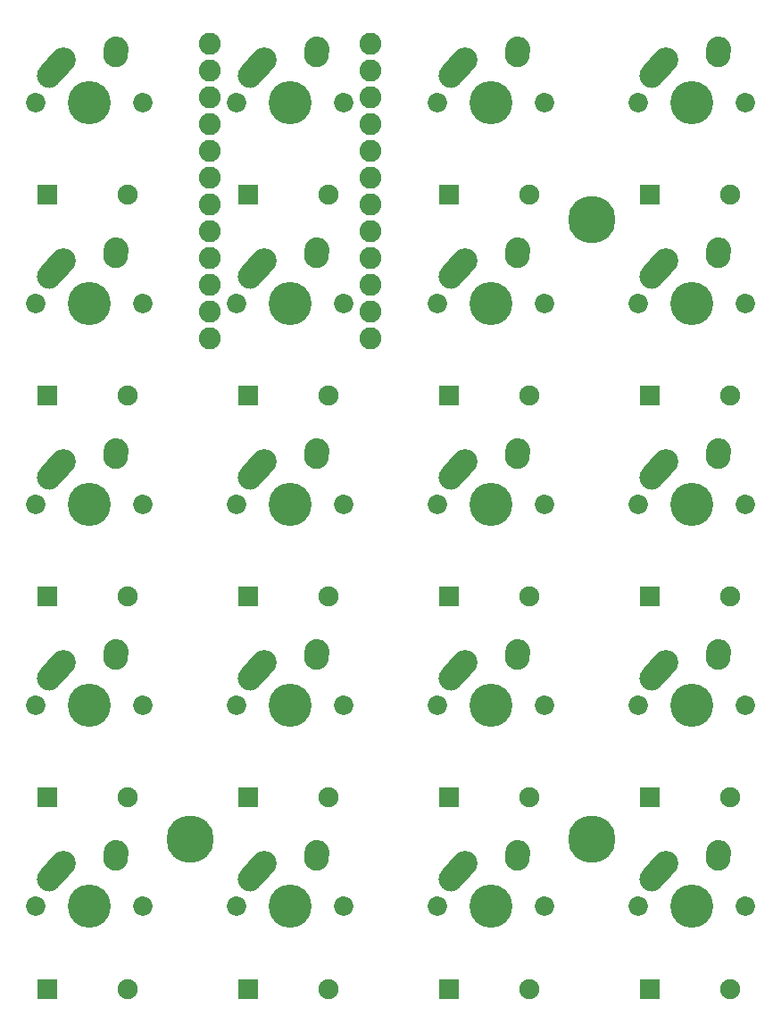
<source format=gbs>
%TF.GenerationSoftware,KiCad,Pcbnew,(5.1.6)-1*%
%TF.CreationDate,2020-11-13T18:30:54-06:00*%
%TF.ProjectId,macropad_4x5,6d616372-6f70-4616-945f-3478352e6b69,v1.3*%
%TF.SameCoordinates,Original*%
%TF.FileFunction,Soldermask,Bot*%
%TF.FilePolarity,Negative*%
%FSLAX46Y46*%
G04 Gerber Fmt 4.6, Leading zero omitted, Abs format (unit mm)*
G04 Created by KiCad (PCBNEW (5.1.6)-1) date 2020-11-13 18:30:54*
%MOMM*%
%LPD*%
G01*
G04 APERTURE LIST*
%ADD10C,0.800000*%
%ADD11C,4.500000*%
%ADD12C,1.850000*%
%ADD13C,2.350000*%
%ADD14C,4.087800*%
%ADD15O,1.900000X1.900000*%
%ADD16R,1.900000X1.900000*%
%ADD17C,2.082800*%
G04 APERTURE END LIST*
D10*
%TO.C,REF\u002A\u002A*%
X58316726Y-100433274D03*
X57150000Y-99950000D03*
X55983274Y-100433274D03*
X55500000Y-101600000D03*
X55983274Y-102766726D03*
X57150000Y-103250000D03*
X58316726Y-102766726D03*
X58800000Y-101600000D03*
D11*
X57150000Y-101600000D03*
%TD*%
%TO.C,REF\u002A\u002A*%
X95250000Y-101600000D03*
D10*
X96900000Y-101600000D03*
X96416726Y-102766726D03*
X95250000Y-103250000D03*
X94083274Y-102766726D03*
X93600000Y-101600000D03*
X94083274Y-100433274D03*
X95250000Y-99950000D03*
X96416726Y-100433274D03*
%TD*%
%TO.C,REF\u002A\u002A*%
X96416726Y-41695774D03*
X95250000Y-41212500D03*
X94083274Y-41695774D03*
X93600000Y-42862500D03*
X94083274Y-44029226D03*
X95250000Y-44512500D03*
X96416726Y-44029226D03*
X96900000Y-42862500D03*
D11*
X95250000Y-42862500D03*
%TD*%
D12*
%TO.C,MX3*%
X90805000Y-31750000D03*
X80645000Y-31750000D03*
D13*
X83225000Y-27750000D03*
D14*
X85725000Y-31750000D03*
G36*
G01*
X81130291Y-30084560D02*
X81130291Y-30084561D01*
G75*
G02*
X81040439Y-28425291I784709J874561D01*
G01*
X82350441Y-26965291D01*
G75*
G02*
X84009711Y-26875439I874561J-784709D01*
G01*
X84009711Y-26875439D01*
G75*
G02*
X84099563Y-28534709I-784709J-874561D01*
G01*
X82789561Y-29994709D01*
G75*
G02*
X81130291Y-30084561I-874561J784709D01*
G01*
G37*
D13*
X88265000Y-26670000D03*
G36*
G01*
X88144157Y-28422216D02*
X88144157Y-28422216D01*
G75*
G02*
X87052784Y-27169157I80843J1172216D01*
G01*
X87092784Y-26589157D01*
G75*
G02*
X88345843Y-25497784I1172216J-80843D01*
G01*
X88345843Y-25497784D01*
G75*
G02*
X89437216Y-26750843I-80843J-1172216D01*
G01*
X89397216Y-27330843D01*
G75*
G02*
X88144157Y-28422216I-1172216J80843D01*
G01*
G37*
%TD*%
D15*
%TO.C,D20*%
X108426250Y-115887500D03*
D16*
X100806250Y-115887500D03*
%TD*%
D15*
%TO.C,D19*%
X89376250Y-115887500D03*
D16*
X81756250Y-115887500D03*
%TD*%
D15*
%TO.C,D18*%
X70326250Y-115887500D03*
D16*
X62706250Y-115887500D03*
%TD*%
%TO.C,D17*%
X43656250Y-115887500D03*
D15*
X51276250Y-115887500D03*
%TD*%
%TO.C,D16*%
X108426250Y-97631250D03*
D16*
X100806250Y-97631250D03*
%TD*%
D15*
%TO.C,D15*%
X89376250Y-97631250D03*
D16*
X81756250Y-97631250D03*
%TD*%
D15*
%TO.C,D14*%
X70326250Y-97631250D03*
D16*
X62706250Y-97631250D03*
%TD*%
D15*
%TO.C,D13*%
X51276250Y-97631250D03*
D16*
X43656250Y-97631250D03*
%TD*%
D15*
%TO.C,D12*%
X108426250Y-78581250D03*
D16*
X100806250Y-78581250D03*
%TD*%
D15*
%TO.C,D11*%
X89376250Y-78581250D03*
D16*
X81756250Y-78581250D03*
%TD*%
D15*
%TO.C,D10*%
X70326250Y-78581250D03*
D16*
X62706250Y-78581250D03*
%TD*%
D15*
%TO.C,D9*%
X51276250Y-78581250D03*
D16*
X43656250Y-78581250D03*
%TD*%
D15*
%TO.C,D8*%
X108426250Y-59531250D03*
D16*
X100806250Y-59531250D03*
%TD*%
D15*
%TO.C,D7*%
X89376250Y-59531250D03*
D16*
X81756250Y-59531250D03*
%TD*%
D15*
%TO.C,D6*%
X70326250Y-59531250D03*
D16*
X62706250Y-59531250D03*
%TD*%
D15*
%TO.C,D5*%
X51276250Y-59531250D03*
D16*
X43656250Y-59531250D03*
%TD*%
D15*
%TO.C,D4*%
X108426250Y-40481250D03*
D16*
X100806250Y-40481250D03*
%TD*%
D15*
%TO.C,D3*%
X89376250Y-40481250D03*
D16*
X81756250Y-40481250D03*
%TD*%
D15*
%TO.C,D2*%
X70326250Y-40481250D03*
D16*
X62706250Y-40481250D03*
%TD*%
D15*
%TO.C,D1*%
X51276250Y-40481250D03*
D16*
X43656250Y-40481250D03*
%TD*%
D12*
%TO.C,MX20*%
X109855000Y-107950000D03*
X99695000Y-107950000D03*
D13*
X102275000Y-103950000D03*
D14*
X104775000Y-107950000D03*
G36*
G01*
X100180291Y-106284560D02*
X100180291Y-106284561D01*
G75*
G02*
X100090439Y-104625291I784709J874561D01*
G01*
X101400441Y-103165291D01*
G75*
G02*
X103059711Y-103075439I874561J-784709D01*
G01*
X103059711Y-103075439D01*
G75*
G02*
X103149563Y-104734709I-784709J-874561D01*
G01*
X101839561Y-106194709D01*
G75*
G02*
X100180291Y-106284561I-874561J784709D01*
G01*
G37*
D13*
X107315000Y-102870000D03*
G36*
G01*
X107194157Y-104622216D02*
X107194157Y-104622216D01*
G75*
G02*
X106102784Y-103369157I80843J1172216D01*
G01*
X106142784Y-102789157D01*
G75*
G02*
X107395843Y-101697784I1172216J-80843D01*
G01*
X107395843Y-101697784D01*
G75*
G02*
X108487216Y-102950843I-80843J-1172216D01*
G01*
X108447216Y-103530843D01*
G75*
G02*
X107194157Y-104622216I-1172216J80843D01*
G01*
G37*
%TD*%
D12*
%TO.C,MX19*%
X90805000Y-107950000D03*
X80645000Y-107950000D03*
D13*
X83225000Y-103950000D03*
D14*
X85725000Y-107950000D03*
G36*
G01*
X81130291Y-106284560D02*
X81130291Y-106284561D01*
G75*
G02*
X81040439Y-104625291I784709J874561D01*
G01*
X82350441Y-103165291D01*
G75*
G02*
X84009711Y-103075439I874561J-784709D01*
G01*
X84009711Y-103075439D01*
G75*
G02*
X84099563Y-104734709I-784709J-874561D01*
G01*
X82789561Y-106194709D01*
G75*
G02*
X81130291Y-106284561I-874561J784709D01*
G01*
G37*
D13*
X88265000Y-102870000D03*
G36*
G01*
X88144157Y-104622216D02*
X88144157Y-104622216D01*
G75*
G02*
X87052784Y-103369157I80843J1172216D01*
G01*
X87092784Y-102789157D01*
G75*
G02*
X88345843Y-101697784I1172216J-80843D01*
G01*
X88345843Y-101697784D01*
G75*
G02*
X89437216Y-102950843I-80843J-1172216D01*
G01*
X89397216Y-103530843D01*
G75*
G02*
X88144157Y-104622216I-1172216J80843D01*
G01*
G37*
%TD*%
D12*
%TO.C,MX18*%
X71755000Y-107950000D03*
X61595000Y-107950000D03*
D13*
X64175000Y-103950000D03*
D14*
X66675000Y-107950000D03*
G36*
G01*
X62080291Y-106284560D02*
X62080291Y-106284561D01*
G75*
G02*
X61990439Y-104625291I784709J874561D01*
G01*
X63300441Y-103165291D01*
G75*
G02*
X64959711Y-103075439I874561J-784709D01*
G01*
X64959711Y-103075439D01*
G75*
G02*
X65049563Y-104734709I-784709J-874561D01*
G01*
X63739561Y-106194709D01*
G75*
G02*
X62080291Y-106284561I-874561J784709D01*
G01*
G37*
D13*
X69215000Y-102870000D03*
G36*
G01*
X69094157Y-104622216D02*
X69094157Y-104622216D01*
G75*
G02*
X68002784Y-103369157I80843J1172216D01*
G01*
X68042784Y-102789157D01*
G75*
G02*
X69295843Y-101697784I1172216J-80843D01*
G01*
X69295843Y-101697784D01*
G75*
G02*
X70387216Y-102950843I-80843J-1172216D01*
G01*
X70347216Y-103530843D01*
G75*
G02*
X69094157Y-104622216I-1172216J80843D01*
G01*
G37*
%TD*%
D12*
%TO.C,MX17*%
X52705000Y-107950000D03*
X42545000Y-107950000D03*
D13*
X45125000Y-103950000D03*
D14*
X47625000Y-107950000D03*
G36*
G01*
X43030291Y-106284560D02*
X43030291Y-106284561D01*
G75*
G02*
X42940439Y-104625291I784709J874561D01*
G01*
X44250441Y-103165291D01*
G75*
G02*
X45909711Y-103075439I874561J-784709D01*
G01*
X45909711Y-103075439D01*
G75*
G02*
X45999563Y-104734709I-784709J-874561D01*
G01*
X44689561Y-106194709D01*
G75*
G02*
X43030291Y-106284561I-874561J784709D01*
G01*
G37*
D13*
X50165000Y-102870000D03*
G36*
G01*
X50044157Y-104622216D02*
X50044157Y-104622216D01*
G75*
G02*
X48952784Y-103369157I80843J1172216D01*
G01*
X48992784Y-102789157D01*
G75*
G02*
X50245843Y-101697784I1172216J-80843D01*
G01*
X50245843Y-101697784D01*
G75*
G02*
X51337216Y-102950843I-80843J-1172216D01*
G01*
X51297216Y-103530843D01*
G75*
G02*
X50044157Y-104622216I-1172216J80843D01*
G01*
G37*
%TD*%
D12*
%TO.C,MX16*%
X109855000Y-88900000D03*
X99695000Y-88900000D03*
D13*
X102275000Y-84900000D03*
D14*
X104775000Y-88900000D03*
G36*
G01*
X100180291Y-87234560D02*
X100180291Y-87234561D01*
G75*
G02*
X100090439Y-85575291I784709J874561D01*
G01*
X101400441Y-84115291D01*
G75*
G02*
X103059711Y-84025439I874561J-784709D01*
G01*
X103059711Y-84025439D01*
G75*
G02*
X103149563Y-85684709I-784709J-874561D01*
G01*
X101839561Y-87144709D01*
G75*
G02*
X100180291Y-87234561I-874561J784709D01*
G01*
G37*
D13*
X107315000Y-83820000D03*
G36*
G01*
X107194157Y-85572216D02*
X107194157Y-85572216D01*
G75*
G02*
X106102784Y-84319157I80843J1172216D01*
G01*
X106142784Y-83739157D01*
G75*
G02*
X107395843Y-82647784I1172216J-80843D01*
G01*
X107395843Y-82647784D01*
G75*
G02*
X108487216Y-83900843I-80843J-1172216D01*
G01*
X108447216Y-84480843D01*
G75*
G02*
X107194157Y-85572216I-1172216J80843D01*
G01*
G37*
%TD*%
D12*
%TO.C,MX15*%
X90805000Y-88900000D03*
X80645000Y-88900000D03*
D13*
X83225000Y-84900000D03*
D14*
X85725000Y-88900000D03*
G36*
G01*
X81130291Y-87234560D02*
X81130291Y-87234561D01*
G75*
G02*
X81040439Y-85575291I784709J874561D01*
G01*
X82350441Y-84115291D01*
G75*
G02*
X84009711Y-84025439I874561J-784709D01*
G01*
X84009711Y-84025439D01*
G75*
G02*
X84099563Y-85684709I-784709J-874561D01*
G01*
X82789561Y-87144709D01*
G75*
G02*
X81130291Y-87234561I-874561J784709D01*
G01*
G37*
D13*
X88265000Y-83820000D03*
G36*
G01*
X88144157Y-85572216D02*
X88144157Y-85572216D01*
G75*
G02*
X87052784Y-84319157I80843J1172216D01*
G01*
X87092784Y-83739157D01*
G75*
G02*
X88345843Y-82647784I1172216J-80843D01*
G01*
X88345843Y-82647784D01*
G75*
G02*
X89437216Y-83900843I-80843J-1172216D01*
G01*
X89397216Y-84480843D01*
G75*
G02*
X88144157Y-85572216I-1172216J80843D01*
G01*
G37*
%TD*%
D12*
%TO.C,MX14*%
X71755000Y-88900000D03*
X61595000Y-88900000D03*
D13*
X64175000Y-84900000D03*
D14*
X66675000Y-88900000D03*
G36*
G01*
X62080291Y-87234560D02*
X62080291Y-87234561D01*
G75*
G02*
X61990439Y-85575291I784709J874561D01*
G01*
X63300441Y-84115291D01*
G75*
G02*
X64959711Y-84025439I874561J-784709D01*
G01*
X64959711Y-84025439D01*
G75*
G02*
X65049563Y-85684709I-784709J-874561D01*
G01*
X63739561Y-87144709D01*
G75*
G02*
X62080291Y-87234561I-874561J784709D01*
G01*
G37*
D13*
X69215000Y-83820000D03*
G36*
G01*
X69094157Y-85572216D02*
X69094157Y-85572216D01*
G75*
G02*
X68002784Y-84319157I80843J1172216D01*
G01*
X68042784Y-83739157D01*
G75*
G02*
X69295843Y-82647784I1172216J-80843D01*
G01*
X69295843Y-82647784D01*
G75*
G02*
X70387216Y-83900843I-80843J-1172216D01*
G01*
X70347216Y-84480843D01*
G75*
G02*
X69094157Y-85572216I-1172216J80843D01*
G01*
G37*
%TD*%
D12*
%TO.C,MX13*%
X52705000Y-88900000D03*
X42545000Y-88900000D03*
D13*
X45125000Y-84900000D03*
D14*
X47625000Y-88900000D03*
G36*
G01*
X43030291Y-87234560D02*
X43030291Y-87234561D01*
G75*
G02*
X42940439Y-85575291I784709J874561D01*
G01*
X44250441Y-84115291D01*
G75*
G02*
X45909711Y-84025439I874561J-784709D01*
G01*
X45909711Y-84025439D01*
G75*
G02*
X45999563Y-85684709I-784709J-874561D01*
G01*
X44689561Y-87144709D01*
G75*
G02*
X43030291Y-87234561I-874561J784709D01*
G01*
G37*
D13*
X50165000Y-83820000D03*
G36*
G01*
X50044157Y-85572216D02*
X50044157Y-85572216D01*
G75*
G02*
X48952784Y-84319157I80843J1172216D01*
G01*
X48992784Y-83739157D01*
G75*
G02*
X50245843Y-82647784I1172216J-80843D01*
G01*
X50245843Y-82647784D01*
G75*
G02*
X51337216Y-83900843I-80843J-1172216D01*
G01*
X51297216Y-84480843D01*
G75*
G02*
X50044157Y-85572216I-1172216J80843D01*
G01*
G37*
%TD*%
D12*
%TO.C,MX12*%
X109855000Y-69850000D03*
X99695000Y-69850000D03*
D13*
X102275000Y-65850000D03*
D14*
X104775000Y-69850000D03*
G36*
G01*
X100180291Y-68184560D02*
X100180291Y-68184561D01*
G75*
G02*
X100090439Y-66525291I784709J874561D01*
G01*
X101400441Y-65065291D01*
G75*
G02*
X103059711Y-64975439I874561J-784709D01*
G01*
X103059711Y-64975439D01*
G75*
G02*
X103149563Y-66634709I-784709J-874561D01*
G01*
X101839561Y-68094709D01*
G75*
G02*
X100180291Y-68184561I-874561J784709D01*
G01*
G37*
D13*
X107315000Y-64770000D03*
G36*
G01*
X107194157Y-66522216D02*
X107194157Y-66522216D01*
G75*
G02*
X106102784Y-65269157I80843J1172216D01*
G01*
X106142784Y-64689157D01*
G75*
G02*
X107395843Y-63597784I1172216J-80843D01*
G01*
X107395843Y-63597784D01*
G75*
G02*
X108487216Y-64850843I-80843J-1172216D01*
G01*
X108447216Y-65430843D01*
G75*
G02*
X107194157Y-66522216I-1172216J80843D01*
G01*
G37*
%TD*%
D12*
%TO.C,MX11*%
X90805000Y-69850000D03*
X80645000Y-69850000D03*
D13*
X83225000Y-65850000D03*
D14*
X85725000Y-69850000D03*
G36*
G01*
X81130291Y-68184560D02*
X81130291Y-68184561D01*
G75*
G02*
X81040439Y-66525291I784709J874561D01*
G01*
X82350441Y-65065291D01*
G75*
G02*
X84009711Y-64975439I874561J-784709D01*
G01*
X84009711Y-64975439D01*
G75*
G02*
X84099563Y-66634709I-784709J-874561D01*
G01*
X82789561Y-68094709D01*
G75*
G02*
X81130291Y-68184561I-874561J784709D01*
G01*
G37*
D13*
X88265000Y-64770000D03*
G36*
G01*
X88144157Y-66522216D02*
X88144157Y-66522216D01*
G75*
G02*
X87052784Y-65269157I80843J1172216D01*
G01*
X87092784Y-64689157D01*
G75*
G02*
X88345843Y-63597784I1172216J-80843D01*
G01*
X88345843Y-63597784D01*
G75*
G02*
X89437216Y-64850843I-80843J-1172216D01*
G01*
X89397216Y-65430843D01*
G75*
G02*
X88144157Y-66522216I-1172216J80843D01*
G01*
G37*
%TD*%
D12*
%TO.C,MX10*%
X71755000Y-69850000D03*
X61595000Y-69850000D03*
D13*
X64175000Y-65850000D03*
D14*
X66675000Y-69850000D03*
G36*
G01*
X62080291Y-68184560D02*
X62080291Y-68184561D01*
G75*
G02*
X61990439Y-66525291I784709J874561D01*
G01*
X63300441Y-65065291D01*
G75*
G02*
X64959711Y-64975439I874561J-784709D01*
G01*
X64959711Y-64975439D01*
G75*
G02*
X65049563Y-66634709I-784709J-874561D01*
G01*
X63739561Y-68094709D01*
G75*
G02*
X62080291Y-68184561I-874561J784709D01*
G01*
G37*
D13*
X69215000Y-64770000D03*
G36*
G01*
X69094157Y-66522216D02*
X69094157Y-66522216D01*
G75*
G02*
X68002784Y-65269157I80843J1172216D01*
G01*
X68042784Y-64689157D01*
G75*
G02*
X69295843Y-63597784I1172216J-80843D01*
G01*
X69295843Y-63597784D01*
G75*
G02*
X70387216Y-64850843I-80843J-1172216D01*
G01*
X70347216Y-65430843D01*
G75*
G02*
X69094157Y-66522216I-1172216J80843D01*
G01*
G37*
%TD*%
D12*
%TO.C,MX9*%
X52705000Y-69850000D03*
X42545000Y-69850000D03*
D13*
X45125000Y-65850000D03*
D14*
X47625000Y-69850000D03*
G36*
G01*
X43030291Y-68184560D02*
X43030291Y-68184561D01*
G75*
G02*
X42940439Y-66525291I784709J874561D01*
G01*
X44250441Y-65065291D01*
G75*
G02*
X45909711Y-64975439I874561J-784709D01*
G01*
X45909711Y-64975439D01*
G75*
G02*
X45999563Y-66634709I-784709J-874561D01*
G01*
X44689561Y-68094709D01*
G75*
G02*
X43030291Y-68184561I-874561J784709D01*
G01*
G37*
D13*
X50165000Y-64770000D03*
G36*
G01*
X50044157Y-66522216D02*
X50044157Y-66522216D01*
G75*
G02*
X48952784Y-65269157I80843J1172216D01*
G01*
X48992784Y-64689157D01*
G75*
G02*
X50245843Y-63597784I1172216J-80843D01*
G01*
X50245843Y-63597784D01*
G75*
G02*
X51337216Y-64850843I-80843J-1172216D01*
G01*
X51297216Y-65430843D01*
G75*
G02*
X50044157Y-66522216I-1172216J80843D01*
G01*
G37*
%TD*%
D12*
%TO.C,MX8*%
X109855000Y-50800000D03*
X99695000Y-50800000D03*
D13*
X102275000Y-46800000D03*
D14*
X104775000Y-50800000D03*
G36*
G01*
X100180291Y-49134560D02*
X100180291Y-49134561D01*
G75*
G02*
X100090439Y-47475291I784709J874561D01*
G01*
X101400441Y-46015291D01*
G75*
G02*
X103059711Y-45925439I874561J-784709D01*
G01*
X103059711Y-45925439D01*
G75*
G02*
X103149563Y-47584709I-784709J-874561D01*
G01*
X101839561Y-49044709D01*
G75*
G02*
X100180291Y-49134561I-874561J784709D01*
G01*
G37*
D13*
X107315000Y-45720000D03*
G36*
G01*
X107194157Y-47472216D02*
X107194157Y-47472216D01*
G75*
G02*
X106102784Y-46219157I80843J1172216D01*
G01*
X106142784Y-45639157D01*
G75*
G02*
X107395843Y-44547784I1172216J-80843D01*
G01*
X107395843Y-44547784D01*
G75*
G02*
X108487216Y-45800843I-80843J-1172216D01*
G01*
X108447216Y-46380843D01*
G75*
G02*
X107194157Y-47472216I-1172216J80843D01*
G01*
G37*
%TD*%
D12*
%TO.C,MX7*%
X90805000Y-50800000D03*
X80645000Y-50800000D03*
D13*
X83225000Y-46800000D03*
D14*
X85725000Y-50800000D03*
G36*
G01*
X81130291Y-49134560D02*
X81130291Y-49134561D01*
G75*
G02*
X81040439Y-47475291I784709J874561D01*
G01*
X82350441Y-46015291D01*
G75*
G02*
X84009711Y-45925439I874561J-784709D01*
G01*
X84009711Y-45925439D01*
G75*
G02*
X84099563Y-47584709I-784709J-874561D01*
G01*
X82789561Y-49044709D01*
G75*
G02*
X81130291Y-49134561I-874561J784709D01*
G01*
G37*
D13*
X88265000Y-45720000D03*
G36*
G01*
X88144157Y-47472216D02*
X88144157Y-47472216D01*
G75*
G02*
X87052784Y-46219157I80843J1172216D01*
G01*
X87092784Y-45639157D01*
G75*
G02*
X88345843Y-44547784I1172216J-80843D01*
G01*
X88345843Y-44547784D01*
G75*
G02*
X89437216Y-45800843I-80843J-1172216D01*
G01*
X89397216Y-46380843D01*
G75*
G02*
X88144157Y-47472216I-1172216J80843D01*
G01*
G37*
%TD*%
D12*
%TO.C,MX6*%
X71755000Y-50800000D03*
X61595000Y-50800000D03*
D13*
X64175000Y-46800000D03*
D14*
X66675000Y-50800000D03*
G36*
G01*
X62080291Y-49134560D02*
X62080291Y-49134561D01*
G75*
G02*
X61990439Y-47475291I784709J874561D01*
G01*
X63300441Y-46015291D01*
G75*
G02*
X64959711Y-45925439I874561J-784709D01*
G01*
X64959711Y-45925439D01*
G75*
G02*
X65049563Y-47584709I-784709J-874561D01*
G01*
X63739561Y-49044709D01*
G75*
G02*
X62080291Y-49134561I-874561J784709D01*
G01*
G37*
D13*
X69215000Y-45720000D03*
G36*
G01*
X69094157Y-47472216D02*
X69094157Y-47472216D01*
G75*
G02*
X68002784Y-46219157I80843J1172216D01*
G01*
X68042784Y-45639157D01*
G75*
G02*
X69295843Y-44547784I1172216J-80843D01*
G01*
X69295843Y-44547784D01*
G75*
G02*
X70387216Y-45800843I-80843J-1172216D01*
G01*
X70347216Y-46380843D01*
G75*
G02*
X69094157Y-47472216I-1172216J80843D01*
G01*
G37*
%TD*%
D12*
%TO.C,MX5*%
X52705000Y-50800000D03*
X42545000Y-50800000D03*
D13*
X45125000Y-46800000D03*
D14*
X47625000Y-50800000D03*
G36*
G01*
X43030291Y-49134560D02*
X43030291Y-49134561D01*
G75*
G02*
X42940439Y-47475291I784709J874561D01*
G01*
X44250441Y-46015291D01*
G75*
G02*
X45909711Y-45925439I874561J-784709D01*
G01*
X45909711Y-45925439D01*
G75*
G02*
X45999563Y-47584709I-784709J-874561D01*
G01*
X44689561Y-49044709D01*
G75*
G02*
X43030291Y-49134561I-874561J784709D01*
G01*
G37*
D13*
X50165000Y-45720000D03*
G36*
G01*
X50044157Y-47472216D02*
X50044157Y-47472216D01*
G75*
G02*
X48952784Y-46219157I80843J1172216D01*
G01*
X48992784Y-45639157D01*
G75*
G02*
X50245843Y-44547784I1172216J-80843D01*
G01*
X50245843Y-44547784D01*
G75*
G02*
X51337216Y-45800843I-80843J-1172216D01*
G01*
X51297216Y-46380843D01*
G75*
G02*
X50044157Y-47472216I-1172216J80843D01*
G01*
G37*
%TD*%
D12*
%TO.C,MX4*%
X109855000Y-31750000D03*
X99695000Y-31750000D03*
D13*
X102275000Y-27750000D03*
D14*
X104775000Y-31750000D03*
G36*
G01*
X100180291Y-30084560D02*
X100180291Y-30084561D01*
G75*
G02*
X100090439Y-28425291I784709J874561D01*
G01*
X101400441Y-26965291D01*
G75*
G02*
X103059711Y-26875439I874561J-784709D01*
G01*
X103059711Y-26875439D01*
G75*
G02*
X103149563Y-28534709I-784709J-874561D01*
G01*
X101839561Y-29994709D01*
G75*
G02*
X100180291Y-30084561I-874561J784709D01*
G01*
G37*
D13*
X107315000Y-26670000D03*
G36*
G01*
X107194157Y-28422216D02*
X107194157Y-28422216D01*
G75*
G02*
X106102784Y-27169157I80843J1172216D01*
G01*
X106142784Y-26589157D01*
G75*
G02*
X107395843Y-25497784I1172216J-80843D01*
G01*
X107395843Y-25497784D01*
G75*
G02*
X108487216Y-26750843I-80843J-1172216D01*
G01*
X108447216Y-27330843D01*
G75*
G02*
X107194157Y-28422216I-1172216J80843D01*
G01*
G37*
%TD*%
D12*
%TO.C,MX2*%
X71755000Y-31750000D03*
X61595000Y-31750000D03*
D13*
X64175000Y-27750000D03*
D14*
X66675000Y-31750000D03*
G36*
G01*
X62080291Y-30084560D02*
X62080291Y-30084561D01*
G75*
G02*
X61990439Y-28425291I784709J874561D01*
G01*
X63300441Y-26965291D01*
G75*
G02*
X64959711Y-26875439I874561J-784709D01*
G01*
X64959711Y-26875439D01*
G75*
G02*
X65049563Y-28534709I-784709J-874561D01*
G01*
X63739561Y-29994709D01*
G75*
G02*
X62080291Y-30084561I-874561J784709D01*
G01*
G37*
D13*
X69215000Y-26670000D03*
G36*
G01*
X69094157Y-28422216D02*
X69094157Y-28422216D01*
G75*
G02*
X68002784Y-27169157I80843J1172216D01*
G01*
X68042784Y-26589157D01*
G75*
G02*
X69295843Y-25497784I1172216J-80843D01*
G01*
X69295843Y-25497784D01*
G75*
G02*
X70387216Y-26750843I-80843J-1172216D01*
G01*
X70347216Y-27330843D01*
G75*
G02*
X69094157Y-28422216I-1172216J80843D01*
G01*
G37*
%TD*%
D12*
%TO.C,MX1*%
X52705000Y-31750000D03*
X42545000Y-31750000D03*
D13*
X45125000Y-27750000D03*
D14*
X47625000Y-31750000D03*
G36*
G01*
X43030291Y-30084560D02*
X43030291Y-30084561D01*
G75*
G02*
X42940439Y-28425291I784709J874561D01*
G01*
X44250441Y-26965291D01*
G75*
G02*
X45909711Y-26875439I874561J-784709D01*
G01*
X45909711Y-26875439D01*
G75*
G02*
X45999563Y-28534709I-784709J-874561D01*
G01*
X44689561Y-29994709D01*
G75*
G02*
X43030291Y-30084561I-874561J784709D01*
G01*
G37*
D13*
X50165000Y-26670000D03*
G36*
G01*
X50044157Y-28422216D02*
X50044157Y-28422216D01*
G75*
G02*
X48952784Y-27169157I80843J1172216D01*
G01*
X48992784Y-26589157D01*
G75*
G02*
X50245843Y-25497784I1172216J-80843D01*
G01*
X50245843Y-25497784D01*
G75*
G02*
X51337216Y-26750843I-80843J-1172216D01*
G01*
X51297216Y-27330843D01*
G75*
G02*
X50044157Y-28422216I-1172216J80843D01*
G01*
G37*
%TD*%
D17*
%TO.C,B1*%
X59055000Y-26193750D03*
X59055000Y-28733750D03*
X59055000Y-31273750D03*
X59055000Y-33813750D03*
X59055000Y-36353750D03*
X59055000Y-38893750D03*
X59055000Y-41433750D03*
X59055000Y-43973750D03*
X59055000Y-46513750D03*
X59055000Y-49053750D03*
X59055000Y-51593750D03*
X59055000Y-54133750D03*
X74295000Y-54133750D03*
X74295000Y-51593750D03*
X74295000Y-49053750D03*
X74295000Y-46513750D03*
X74295000Y-43973750D03*
X74295000Y-41433750D03*
X74295000Y-38893750D03*
X74295000Y-36353750D03*
X74295000Y-33813750D03*
X74295000Y-31273750D03*
X74295000Y-28733750D03*
X74295000Y-26193750D03*
%TD*%
M02*

</source>
